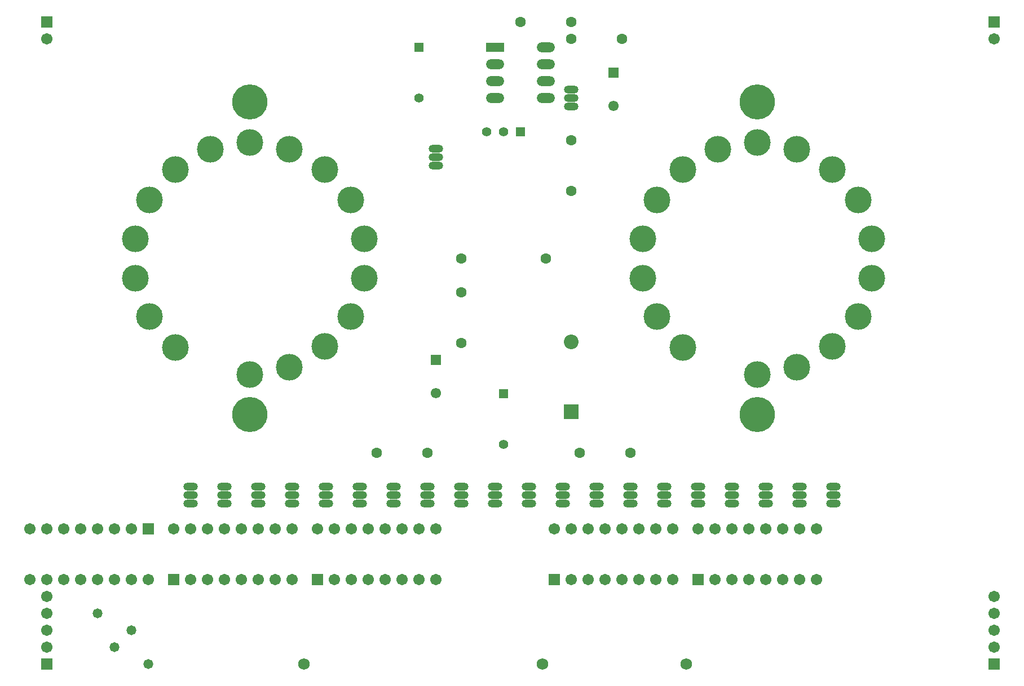
<source format=gbs>
G04 Layer_Color=16711935*
%FSLAX25Y25*%
%MOIN*%
G70*
G01*
G75*
%ADD38C,0.15800*%
%ADD39C,0.20800*%
%ADD40C,0.06800*%
%ADD41C,0.06706*%
%ADD42R,0.06706X0.06706*%
%ADD43C,0.06312*%
%ADD44C,0.06115*%
%ADD45R,0.06115X0.06115*%
%ADD46R,0.05524X0.05524*%
%ADD47C,0.05524*%
%ADD48R,0.05524X0.05524*%
%ADD49O,0.08674X0.04737*%
%ADD50O,0.08674X0.04737*%
%ADD51O,0.10800X0.05800*%
%ADD52R,0.10800X0.05800*%
%ADD53C,0.08674*%
%ADD54R,0.08674X0.08674*%
%ADD55C,0.05800*%
D38*
X650000Y231250D02*
D03*
X673200Y235500D02*
D03*
X694200Y247800D02*
D03*
X709500Y265500D02*
D03*
X717700Y288300D02*
D03*
Y311700D02*
D03*
X709500Y334500D02*
D03*
X694200Y352500D02*
D03*
X673200Y364500D02*
D03*
X650000Y368750D02*
D03*
X626500Y364500D02*
D03*
X605800Y352700D02*
D03*
X590500Y334500D02*
D03*
X582300Y311700D02*
D03*
Y288300D02*
D03*
X590500Y265500D02*
D03*
X605800Y247300D02*
D03*
X350000Y231250D02*
D03*
X373200Y235500D02*
D03*
X394200Y247800D02*
D03*
X409500Y265500D02*
D03*
X417700Y288300D02*
D03*
Y311700D02*
D03*
X409500Y334500D02*
D03*
X394200Y352500D02*
D03*
X373200Y364500D02*
D03*
X350000Y368750D02*
D03*
X326500Y364500D02*
D03*
X305800Y352700D02*
D03*
X290500Y334500D02*
D03*
X282300Y311700D02*
D03*
Y288300D02*
D03*
X290500Y265500D02*
D03*
X305800Y247300D02*
D03*
D39*
X650000Y207500D02*
D03*
Y392500D02*
D03*
X350000Y207500D02*
D03*
Y392500D02*
D03*
D40*
X608000Y60000D02*
D03*
X523000D02*
D03*
X382000D02*
D03*
D41*
X375000Y140000D02*
D03*
X365000D02*
D03*
X355000D02*
D03*
X345000D02*
D03*
X335000D02*
D03*
X325000D02*
D03*
X315000D02*
D03*
X305000D02*
D03*
X375000Y110000D02*
D03*
X365000D02*
D03*
X355000D02*
D03*
X345000D02*
D03*
X335000D02*
D03*
X325000D02*
D03*
X315000D02*
D03*
X460000Y140000D02*
D03*
X450000D02*
D03*
X440000D02*
D03*
X430000D02*
D03*
X420000D02*
D03*
X410000D02*
D03*
X400000D02*
D03*
X390000D02*
D03*
X460000Y110000D02*
D03*
X450000D02*
D03*
X440000D02*
D03*
X430000D02*
D03*
X420000D02*
D03*
X410000D02*
D03*
X400000D02*
D03*
X600000Y140000D02*
D03*
X590000D02*
D03*
X580000D02*
D03*
X570000D02*
D03*
X560000D02*
D03*
X550000D02*
D03*
X540000D02*
D03*
X530000D02*
D03*
X600000Y110000D02*
D03*
X590000D02*
D03*
X580000D02*
D03*
X570000D02*
D03*
X560000D02*
D03*
X550000D02*
D03*
X540000D02*
D03*
X685000Y140000D02*
D03*
X675000D02*
D03*
X665000D02*
D03*
X655000D02*
D03*
X645000D02*
D03*
X635000D02*
D03*
X625000D02*
D03*
X615000D02*
D03*
X685000Y110000D02*
D03*
X675000D02*
D03*
X665000D02*
D03*
X655000D02*
D03*
X645000D02*
D03*
X635000D02*
D03*
X625000D02*
D03*
X230000Y430000D02*
D03*
X790000D02*
D03*
X220000Y110000D02*
D03*
X230000D02*
D03*
X240000D02*
D03*
X250000D02*
D03*
X260000D02*
D03*
X270000D02*
D03*
X280000D02*
D03*
X290000D02*
D03*
X220000Y140000D02*
D03*
X230000D02*
D03*
X240000D02*
D03*
X250000D02*
D03*
X260000D02*
D03*
X270000D02*
D03*
X280000D02*
D03*
X790000Y100000D02*
D03*
Y90000D02*
D03*
Y80000D02*
D03*
Y70000D02*
D03*
X230000Y100000D02*
D03*
Y90000D02*
D03*
Y80000D02*
D03*
Y70000D02*
D03*
D42*
X305000Y110000D02*
D03*
X390000D02*
D03*
X530000D02*
D03*
X615000D02*
D03*
X230000Y440000D02*
D03*
X790000D02*
D03*
X290000Y140000D02*
D03*
X790000Y60000D02*
D03*
X230000D02*
D03*
D43*
X455000Y185000D02*
D03*
X425000D02*
D03*
X540000Y340000D02*
D03*
Y370000D02*
D03*
X570000Y430000D02*
D03*
X540000D02*
D03*
Y440000D02*
D03*
X510000D02*
D03*
X475000Y300000D02*
D03*
X525000D02*
D03*
X475000Y280000D02*
D03*
Y250000D02*
D03*
X545000Y185000D02*
D03*
X575000D02*
D03*
D44*
X565000Y390158D02*
D03*
X460000Y220158D02*
D03*
D45*
X565000Y409842D02*
D03*
X460000Y239843D02*
D03*
D46*
X500000Y220000D02*
D03*
X450000Y425000D02*
D03*
D47*
X500000Y190000D02*
D03*
Y375000D02*
D03*
X490000D02*
D03*
X450000Y395000D02*
D03*
D48*
X510000Y375000D02*
D03*
D49*
X315000Y165000D02*
D03*
Y160000D02*
D03*
X495000Y165000D02*
D03*
Y160000D02*
D03*
X475000Y165000D02*
D03*
Y160000D02*
D03*
X455000Y165000D02*
D03*
Y160000D02*
D03*
X540000Y400000D02*
D03*
Y395000D02*
D03*
X435000Y165000D02*
D03*
Y160000D02*
D03*
X415000Y165000D02*
D03*
Y160000D02*
D03*
X460000Y355000D02*
D03*
X395000Y165000D02*
D03*
Y160000D02*
D03*
X375000Y165000D02*
D03*
Y160000D02*
D03*
X355000Y165000D02*
D03*
Y160000D02*
D03*
X335000Y165000D02*
D03*
Y160000D02*
D03*
X515000Y165000D02*
D03*
Y160000D02*
D03*
X695000Y165000D02*
D03*
Y160000D02*
D03*
X675000Y165000D02*
D03*
Y160000D02*
D03*
X655000Y165000D02*
D03*
Y160000D02*
D03*
X635000Y165000D02*
D03*
Y160000D02*
D03*
X615000Y165000D02*
D03*
Y160000D02*
D03*
X595000Y165000D02*
D03*
Y160000D02*
D03*
X575000Y165000D02*
D03*
Y160000D02*
D03*
X555000Y165000D02*
D03*
Y160000D02*
D03*
X535000Y165000D02*
D03*
Y160000D02*
D03*
D50*
X315000Y155000D02*
D03*
X495000D02*
D03*
X475000D02*
D03*
X455000D02*
D03*
X540000Y390000D02*
D03*
X435000Y155000D02*
D03*
X415000D02*
D03*
X460000Y360000D02*
D03*
Y365000D02*
D03*
X395000Y155000D02*
D03*
X375000D02*
D03*
X355000D02*
D03*
X335000D02*
D03*
X515000D02*
D03*
X695000D02*
D03*
X675000D02*
D03*
X655000D02*
D03*
X635000D02*
D03*
X615000D02*
D03*
X595000D02*
D03*
X575000D02*
D03*
X555000D02*
D03*
X535000D02*
D03*
D51*
X525000Y395000D02*
D03*
Y405000D02*
D03*
Y415000D02*
D03*
Y425000D02*
D03*
X495000Y395000D02*
D03*
Y405000D02*
D03*
Y415000D02*
D03*
D52*
Y425000D02*
D03*
D53*
X540000Y250590D02*
D03*
D54*
Y209409D02*
D03*
D55*
X290000Y60000D02*
D03*
X280000Y80000D02*
D03*
X270000Y70000D02*
D03*
X260000Y90000D02*
D03*
M02*

</source>
